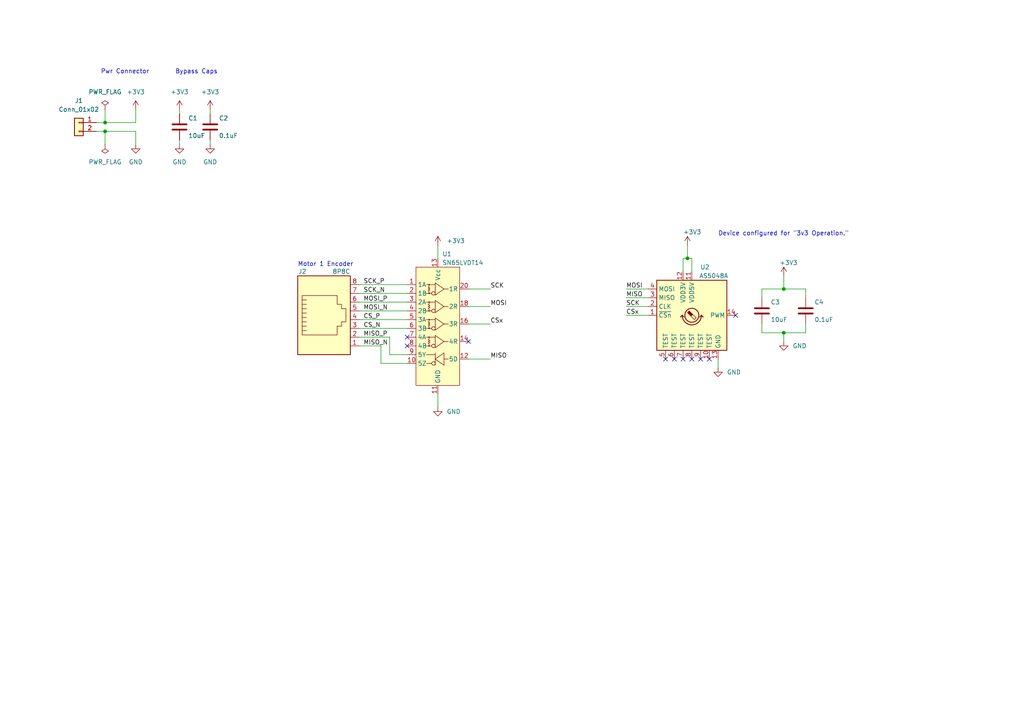
<source format=kicad_sch>
(kicad_sch (version 20211123) (generator eeschema)
  (paper "A4")
  (lib_symbols
    (symbol "Connector:8P8C" (pin_names (offset 1.016))
      (property "Reference" "J" (at -5.08 13.97 0))
      (property "Value" "8P8C" (at 2.54 13.97 0))
      (symbol "8P8C_0_1"
        (polyline (pts (xy -5.08 4.445) (xy -6.35 4.445)))
        (polyline (pts (xy -5.08 5.715) (xy -6.35 5.715)))
        (polyline (pts (xy -6.35 -3.175) (xy -5.08 -3.175) (xy -5.08 -3.175)))
        (polyline (pts (xy -6.35 -1.905) (xy -5.08 -1.905) (xy -5.08 -1.905)))
        (polyline (pts (xy -6.35 -0.635) (xy -5.08 -0.635) (xy -5.08 -0.635)))
        (polyline (pts (xy -6.35 0.635) (xy -5.08 0.635) (xy -5.08 0.635)))
        (polyline (pts (xy -6.35 1.905) (xy -5.08 1.905) (xy -5.08 1.905)))
        (polyline (pts (xy -5.08 3.175) (xy -6.35 3.175) (xy -6.35 3.175)))
        (polyline (pts (xy -6.35 -4.445) (xy -6.35 6.985) (xy 3.81 6.985) (xy 3.81 4.445) (xy 5.08 4.445) (xy 5.08 3.175) (xy 6.35 3.175) (xy 6.35 -0.635) (xy 5.08 -0.635) (xy 5.08 -1.905) (xy 3.81 -1.905) (xy 3.81 -4.445) (xy -6.35 -4.445) (xy -6.35 -4.445)))
        (rectangle (start 7.62 12.7) (end -7.62 -10.16) (stroke (width 0.254)) (fill (type background)))
      )
      (symbol "8P8C_1_1"
        (pin passive line (at 10.16 -7.62 180) (length 2.54) (name "~") (number "1"))
        (pin passive line (at 10.16 -5.08 180) (length 2.54) (name "~") (number "2"))
        (pin passive line (at 10.16 -2.54 180) (length 2.54) (name "~") (number "3"))
        (pin passive line (at 10.16 0 180) (length 2.54) (name "~") (number "4"))
        (pin passive line (at 10.16 2.54 180) (length 2.54) (name "~") (number "5"))
        (pin passive line (at 10.16 5.08 180) (length 2.54) (name "~") (number "6"))
        (pin passive line (at 10.16 7.62 180) (length 2.54) (name "~") (number "7"))
        (pin passive line (at 10.16 10.16 180) (length 2.54) (name "~") (number "8"))
      )
    )
    (symbol "Connector_Generic:Conn_01x02" (pin_names (offset 1.016) hide)
      (property "Reference" "J" (at 0 2.54 0))
      (property "Value" "Conn_01x02" (at 0 -5.08 0))
      (symbol "Conn_01x02_1_1"
        (rectangle (start -1.27 -2.413) (end 0 -2.667) (stroke (width 0.1524)))
        (rectangle (start -1.27 0.127) (end 0 -0.127) (stroke (width 0.1524)))
        (rectangle (start -1.27 1.27) (end 1.27 -3.81) (stroke (width 0.254)) (fill (type background)))
        (pin passive line (at -5.08 0 0) (length 3.81) (name "Pin_1") (number "1"))
        (pin passive line (at -5.08 -2.54 0) (length 3.81) (name "Pin_2") (number "2"))
      )
    )
    (symbol "Device:C" (pin_numbers hide) (pin_names (offset 0.254))
      (property "Reference" "C" (at 0.635 2.54 0))
      (property "Value" "C" (at 0.635 -2.54 0))
      (symbol "C_0_1"
        (polyline (pts (xy -2.032 -0.762) (xy 2.032 -0.762)) (stroke (width 0.508)))
        (polyline (pts (xy -2.032 0.762) (xy 2.032 0.762)) (stroke (width 0.508)))
      )
      (symbol "C_1_1"
        (pin passive line (at 0 3.81 270) (length 2.794) (name "~") (number "1"))
        (pin passive line (at 0 -3.81 90) (length 2.794) (name "~") (number "2"))
      )
    )
    (symbol "Sensor_Magnetic:AS5048A"
      (property "Reference" "U" (at -10.16 11.43 0))
      (property "Value" "AS5048A" (at 10.16 11.43 0))
      (symbol "AS5048A_0_1"
        (rectangle (start -10.16 10.16) (end 10.16 -10.16) (stroke (width 0.254)) (fill (type background)))
        (arc (start -2.794 0) (mid 0 -2.794) (end 2.794 0) (stroke (width 0.254)))
        (polyline (pts (xy -2.794 0) (xy -3.302 -0.508)) (stroke (width 0.254)))
        (polyline (pts (xy -2.794 0) (xy -2.286 -0.508)) (stroke (width 0.254)))
        (polyline (pts (xy 2.794 0) (xy 2.286 -0.508)) (stroke (width 0.254)))
        (polyline (pts (xy 2.794 0) (xy 3.302 -0.508)) (stroke (width 0.254)))
      )
      (symbol "AS5048A_1_1"
        (polyline (pts (xy 0.254 0.254) (xy 1.27 -0.762) (xy 0.762 -1.27) (xy -0.254 -0.254)))
        (polyline (pts (xy -0.762 1.27) (xy 0.254 0.254) (xy -0.254 -0.254) (xy -1.27 0.762) (xy -1.016 1.016) (xy -0.762 1.27) (xy -0.635 1.143)) (fill (type outline)))
        (circle (center 0 0) (radius 2.032) (stroke (width 0.254)))
        (pin input line (at -12.7 0 0) (length 2.54) (name "~{CSn}") (number "1"))
        (pin passive line (at 5.08 -12.7 90) (length 2.54) (name "TEST") (number "10"))
        (pin power_in line (at 0 12.7 270) (length 2.54) (name "VDD5V") (number "11"))
        (pin power_in line (at -2.54 12.7 270) (length 2.54) (name "VDD3V") (number "12"))
        (pin power_in line (at 7.62 -12.7 90) (length 2.54) (name "GND") (number "13"))
        (pin output line (at 12.7 0 180) (length 2.54) (name "PWM") (number "14"))
        (pin input line (at -12.7 2.54 0) (length 2.54) (name "CLK") (number "2"))
        (pin output line (at -12.7 5.08 0) (length 2.54) (name "MISO") (number "3"))
        (pin input line (at -12.7 7.62 0) (length 2.54) (name "MOSI") (number "4"))
        (pin passive line (at -7.62 -12.7 90) (length 2.54) (name "TEST") (number "5"))
        (pin passive line (at -5.08 -12.7 90) (length 2.54) (name "TEST") (number "6"))
        (pin passive line (at -2.54 -12.7 90) (length 2.54) (name "TEST") (number "7"))
        (pin passive line (at 0 -12.7 90) (length 2.54) (name "TEST") (number "8"))
        (pin passive line (at 2.54 -12.7 90) (length 2.54) (name "TEST") (number "9"))
      )
    )
    (symbol "machine_agency_components_lib:SN65LVDT14"
      (property "Reference" "U" (at 2.54 20.32 0))
      (property "Value" "SN65LVDT14" (at 7.62 17.78 0))
      (symbol "SN65LVDT14_0_1"
        (rectangle (start -6.35 16.51) (end 6.35 -17.78) (fill (type background)))
        (circle (center -2.54 -6.35) (radius 0.127))
        (circle (center -2.54 -3.81) (radius 0.127))
        (circle (center -2.54 -1.27) (radius 0.127))
        (circle (center -2.54 1.27) (radius 0.127))
        (circle (center -2.54 3.81) (radius 0.127))
        (circle (center -2.54 6.35) (radius 0.127))
        (circle (center -2.54 8.89) (radius 0.127))
        (circle (center -2.54 11.43) (radius 0.127))
        (circle (center -1.27 -11.43) (radius 0.508))
        (circle (center -1.27 -6.35) (radius 0.508))
        (circle (center -1.27 -1.27) (radius 0.508))
        (circle (center -1.27 3.81) (radius 0.508))
        (circle (center -1.27 8.89) (radius 0.508))
        (polyline (pts (xy -1.778 -11.43) (xy -3.302 -11.43)))
        (polyline (pts (xy -1.778 -6.35) (xy -3.302 -6.35)))
        (polyline (pts (xy -1.778 -1.27) (xy -3.302 -1.27)))
        (polyline (pts (xy -1.778 3.81) (xy -3.302 3.81)))
        (polyline (pts (xy -1.778 8.89) (xy -3.302 8.89)))
        (polyline (pts (xy -0.762 -8.89) (xy -3.302 -8.89)))
        (polyline (pts (xy -0.762 -8.382) (xy -0.762 -11.938)))
        (polyline (pts (xy -0.762 -3.81) (xy -3.302 -3.81)))
        (polyline (pts (xy -0.762 1.27) (xy -3.302 1.27)))
        (polyline (pts (xy -0.762 6.35) (xy -3.302 6.35)))
        (polyline (pts (xy -0.762 11.43) (xy -3.302 11.43)))
        (polyline (pts (xy 1.778 -10.16) (xy 3.048 -10.16)))
        (polyline (pts (xy 1.778 -5.08) (xy 3.048 -5.08)))
        (polyline (pts (xy 1.778 0) (xy 3.048 0)))
        (polyline (pts (xy 1.778 5.08) (xy 3.048 5.08)))
        (polyline (pts (xy 1.778 10.16) (xy 3.048 10.16)))
        (polyline (pts (xy -0.762 -3.302) (xy -0.762 -6.858) (xy 1.778 -5.08) (xy -0.762 -3.302)) (fill (type background)))
        (polyline (pts (xy -0.762 1.778) (xy -0.762 -1.778) (xy 1.778 0) (xy -0.762 1.778)) (fill (type background)))
        (polyline (pts (xy -0.762 6.858) (xy -0.762 3.302) (xy 1.778 5.08) (xy -0.762 6.858)) (fill (type background)))
        (polyline (pts (xy -0.762 11.938) (xy -0.762 8.382) (xy 1.778 10.16) (xy -0.762 11.938)) (fill (type background)))
        (polyline (pts (xy 1.778 -11.938) (xy 1.778 -8.382) (xy -0.762 -10.16) (xy 1.778 -11.938)) (fill (type background)))
        (polyline (pts (xy -2.54 -3.81) (xy -2.54 -4.318) (xy -2.794 -4.572) (xy -2.286 -4.826) (xy -2.794 -5.08) (xy -2.286 -5.334) (xy -2.794 -5.588) (xy -2.54 -5.842) (xy -2.54 -6.35)))
        (polyline (pts (xy -2.54 1.27) (xy -2.54 0.762) (xy -2.794 0.508) (xy -2.286 0.254) (xy -2.794 0) (xy -2.286 -0.254) (xy -2.794 -0.508) (xy -2.54 -0.762) (xy -2.54 -1.27)))
        (polyline (pts (xy -2.54 6.35) (xy -2.54 5.842) (xy -2.794 5.588) (xy -2.286 5.334) (xy -2.794 5.08) (xy -2.286 4.826) (xy -2.794 4.572) (xy -2.54 4.318) (xy -2.54 3.81)))
        (polyline (pts (xy -2.54 11.43) (xy -2.54 10.922) (xy -2.794 10.668) (xy -2.286 10.414) (xy -2.794 10.16) (xy -2.286 9.906) (xy -2.794 9.652) (xy -2.54 9.398) (xy -2.54 8.89)))
      )
      (symbol "SN65LVDT14_1_1"
        (pin input line (at -8.89 11.43 0) (length 2.54) (name "1A") (number "1"))
        (pin output line (at -8.89 -11.43 0) (length 2.54) (name "5Z") (number "10"))
        (pin power_in line (at 0 -20.32 90) (length 2.54) (name "GND") (number "11"))
        (pin input line (at 8.89 -10.16 180) (length 2.54) (name "5D") (number "12"))
        (pin power_in line (at 0 19.05 270) (length 2.54) (name "Vcc") (number "13"))
        (pin output line (at 8.89 -5.08 180) (length 2.54) (name "4R") (number "14"))
        (pin power_in line (at 0 -20.32 90) (length 2.54) hide (name "GND") (number "15"))
        (pin output line (at 8.89 0 180) (length 2.54) (name "3R") (number "16"))
        (pin power_in line (at 0 19.05 270) (length 2.54) hide (name "Vcc") (number "17"))
        (pin output line (at 8.89 5.08 180) (length 2.54) (name "2R") (number "18"))
        (pin power_in line (at 0 -20.32 90) (length 2.54) hide (name "GND") (number "19"))
        (pin input line (at -8.89 8.89 0) (length 2.54) (name "1B") (number "2"))
        (pin output line (at 8.89 10.16 180) (length 2.54) (name "1R") (number "20"))
        (pin input line (at -8.89 6.35 0) (length 2.54) (name "2A") (number "3"))
        (pin input line (at -8.89 3.81 0) (length 2.54) (name "2B") (number "4"))
        (pin input line (at -8.89 1.27 0) (length 2.54) (name "3A") (number "5"))
        (pin input line (at -8.89 -1.27 0) (length 2.54) (name "3B") (number "6"))
        (pin input line (at -8.89 -3.81 0) (length 2.54) (name "4A") (number "7"))
        (pin input line (at -8.89 -6.35 0) (length 2.54) (name "4B") (number "8"))
        (pin output line (at -8.89 -8.89 0) (length 2.54) (name "5Y") (number "9"))
      )
    )
    (symbol "power:+3.3V" (power) (pin_names (offset 0))
      (property "Value" "+3.3V" (at 0 3.556 0))
      (symbol "+3.3V_0_1"
        (polyline (pts (xy -0.762 1.27) (xy 0 2.54)))
        (polyline (pts (xy 0 0) (xy 0 2.54)))
        (polyline (pts (xy 0 2.54) (xy 0.762 1.27)))
      )
      (symbol "+3.3V_1_1"
        (pin power_in line (at 0 0 90) (length 0) hide (name "+3V3") (number "1"))
      )
    )
    (symbol "power:GND" (power) (pin_names (offset 0))
      (property "Value" "GND" (at 0 -3.81 0))
      (symbol "GND_0_1"
        (polyline (pts (xy 0 0) (xy 0 -1.27) (xy 1.27 -1.27) (xy 0 -2.54) (xy -1.27 -1.27) (xy 0 -1.27)))
      )
      (symbol "GND_1_1"
        (pin power_in line (at 0 0 270) (length 0) hide (name "GND") (number "1"))
      )
    )
    (symbol "power:PWR_FLAG" (power) (pin_numbers hide) (pin_names (offset 0) hide)
      (property "Value" "PWR_FLAG" (at 0 3.81 0))
      (symbol "PWR_FLAG_0_0"
        (pin power_out line (at 0 0 90) (length 0) (name "pwr") (number "1"))
      )
      (symbol "PWR_FLAG_0_1"
        (polyline (pts (xy 0 0) (xy 0 1.27) (xy -1.016 1.905) (xy 0 2.54) (xy 1.016 1.905) (xy 0 1.27)))
      )
    )
  )
  (junction (at 227.33 83.82))
  (junction (at 30.48 38.1))
  (junction (at 227.33 96.52))
  (junction (at 30.48 35.56))
  (junction (at 199.39 74.93))
  (no_connect (at 135.89 99.06))
  (no_connect (at 205.74 104.14))
  (no_connect (at 203.2 104.14))
  (no_connect (at 200.66 104.14))
  (no_connect (at 198.12 104.14))
  (no_connect (at 195.58 104.14))
  (no_connect (at 193.04 104.14))
  (no_connect (at 213.36 91.44))
  (no_connect (at 118.11 97.79))
  (no_connect (at 118.11 100.33))
  (wire (pts (xy 181.61 88.9) (xy 187.96 88.9)))
  (wire (pts (xy 104.14 85.09) (xy 118.11 85.09)))
  (wire (pts (xy 110.49 100.33) (xy 104.14 100.33)))
  (wire (pts (xy 39.37 38.1) (xy 39.37 41.91)))
  (wire (pts (xy 110.49 100.33) (xy 110.49 105.41)))
  (wire (pts (xy 110.49 105.41) (xy 118.11 105.41)))
  (wire (pts (xy 104.14 87.63) (xy 118.11 87.63)))
  (wire (pts (xy 39.37 35.56) (xy 39.37 31.75)))
  (wire (pts (xy 52.07 31.75) (xy 52.07 33.02)))
  (wire (pts (xy 181.61 83.82) (xy 187.96 83.82)))
  (wire (pts (xy 135.89 104.14) (xy 142.24 104.14)))
  (wire (pts (xy 200.66 78.74) (xy 200.66 74.93)))
  (wire (pts (xy 227.33 96.52) (xy 233.68 96.52)))
  (wire (pts (xy 198.12 74.93) (xy 198.12 78.74)))
  (wire (pts (xy 220.98 83.82) (xy 220.98 86.36)))
  (wire (pts (xy 200.66 74.93) (xy 199.39 74.93)))
  (wire (pts (xy 233.68 83.82) (xy 233.68 86.36)))
  (wire (pts (xy 233.68 93.98) (xy 233.68 96.52)))
  (wire (pts (xy 30.48 38.1) (xy 30.48 41.91)))
  (wire (pts (xy 127 114.3) (xy 127 118.11)))
  (wire (pts (xy 60.96 31.75) (xy 60.96 33.02)))
  (wire (pts (xy 60.96 40.64) (xy 60.96 41.91)))
  (wire (pts (xy 30.48 38.1) (xy 39.37 38.1)))
  (wire (pts (xy 227.33 96.52) (xy 220.98 96.52)))
  (wire (pts (xy 227.33 80.01) (xy 227.33 83.82)))
  (wire (pts (xy 220.98 96.52) (xy 220.98 93.98)))
  (wire (pts (xy 227.33 83.82) (xy 233.68 83.82)))
  (wire (pts (xy 220.98 83.82) (xy 227.33 83.82)))
  (wire (pts (xy 30.48 31.75) (xy 30.48 35.56)))
  (wire (pts (xy 113.03 97.79) (xy 113.03 102.87)))
  (wire (pts (xy 181.61 91.44) (xy 187.96 91.44)))
  (wire (pts (xy 104.14 92.71) (xy 118.11 92.71)))
  (wire (pts (xy 135.89 88.9) (xy 142.24 88.9)))
  (wire (pts (xy 30.48 35.56) (xy 39.37 35.56)))
  (wire (pts (xy 227.33 96.52) (xy 227.33 99.06)))
  (wire (pts (xy 104.14 95.25) (xy 118.11 95.25)))
  (wire (pts (xy 104.14 97.79) (xy 113.03 97.79)))
  (wire (pts (xy 104.14 90.17) (xy 118.11 90.17)))
  (wire (pts (xy 27.94 38.1) (xy 30.48 38.1)))
  (wire (pts (xy 135.89 93.98) (xy 142.24 93.98)))
  (wire (pts (xy 104.14 82.55) (xy 118.11 82.55)))
  (wire (pts (xy 118.11 102.87) (xy 113.03 102.87)))
  (wire (pts (xy 52.07 40.64) (xy 52.07 41.91)))
  (wire (pts (xy 208.28 104.14) (xy 208.28 106.68)))
  (wire (pts (xy 27.94 35.56) (xy 30.48 35.56)))
  (wire (pts (xy 127 71.12) (xy 127 74.93)))
  (wire (pts (xy 199.39 74.93) (xy 198.12 74.93)))
  (wire (pts (xy 135.89 83.82) (xy 142.24 83.82)))
  (wire (pts (xy 181.61 86.36) (xy 187.96 86.36)))
  (wire (pts (xy 199.39 71.12) (xy 199.39 74.93)))
  (text "Pwr Connector" (at 29.21 21.59 0) (effects (font (size 1.27 1.27)) (justify left bottom)))
  (text "Motor 1 Encoder" (at 86.36 77.47 0) (effects (font (size 1.27 1.27)) (justify left bottom)))
  (text "Bypass Caps" (at 50.8 21.59 0) (effects (font (size 1.27 1.27)) (justify left bottom)))
  (text "Device configured for \"3v3 Operation.\"" (at 208.28 68.58 0) (effects (font (size 1.27 1.27)) (justify left bottom)))
  (label "SCK" (at 142.24 83.82 0))
  (label "MISO_P" (at 105.41 97.79 0))
  (label "SCK" (at 181.61 88.9 0))
  (label "CSx" (at 142.24 93.98 0))
  (label "MISO_N" (at 105.41 100.33 0))
  (label "MISO" (at 181.61 86.36 0))
  (label "CSx" (at 181.61 91.44 0))
  (label "MOSI" (at 142.24 88.9 0))
  (label "SCK_N" (at 105.41 85.09 0))
  (label "MISO" (at 142.24 104.14 0))
  (label "CS_P" (at 105.41 92.71 0))
  (label "CS_N" (at 105.41 95.25 0))
  (label "MOSI_N" (at 105.41 90.17 0))
  (label "MOSI" (at 181.61 83.82 0))
  (label "SCK_P" (at 105.41 82.55 0))
  (label "MOSI_P" (at 105.41 87.63 0))
  (symbol (lib_id "Device:C") (at 52.07 36.83 0) (unit 1)
    (property "Reference" "C1" (at 54.61 34.29 0) (effects (justify left)))
    (property "Value" "10uF" (at 54.61 39.37 0) (effects (justify left)))
    (property "Footprint" "Capacitor_SMD:C_0603_1608Metric_Pad1.05x0.95mm_HandSolder" (effects hide))
    (property "Manufacturer Number" "GRM188R61E106KA73D‎" (effects hide))
  )
  (symbol (lib_id "Device:C") (at 60.96 36.83 0) (unit 1)
    (property "Reference" "C2" (at 63.5 34.29 0) (effects (justify left)))
    (property "Value" "0.1uF" (at 63.5 39.37 0) (effects (justify left)))
    (property "Footprint" "Capacitor_SMD:C_0603_1608Metric_Pad1.05x0.95mm_HandSolder" (effects hide))
    (property "Manufacturer Number" "GCJ188R71H104KA12D" (effects hide))
  )
  (symbol (lib_id "power:+3.3V") (at 227.33 80.01 0) (unit 1)
    (property "Reference" "#PWR011" (effects hide))
    (property "Value" "+3.3V" (at 226.06 76.2 0) (effects (justify left)))
  )
  (symbol (lib_id "power:GND") (at 39.37 41.91 0) (unit 1)
    (property "Reference" "#PWR02" (effects hide))
    (property "Value" "GND" (at 39.37 46.99 0))
  )
  (symbol (lib_id "power:GND") (at 127 118.11 0) (unit 1)
    (property "Reference" "#PWR08" (effects hide))
    (property "Value" "GND" (at 129.54 119.3799 0) (effects (justify left)))
  )
  (symbol (lib_id "power:GND") (at 208.28 106.68 0) (unit 1)
    (property "Reference" "#PWR010" (effects hide))
    (property "Value" "GND" (at 210.82 107.9499 0) (effects (justify left)))
  )
  (symbol (lib_id "power:+3.3V") (at 60.96 31.75 0) (unit 1)
    (property "Reference" "#PWR05" (effects hide))
    (property "Value" "+3.3V" (at 60.96 26.67 0))
  )
  (symbol (lib_id "power:+3.3V") (at 39.37 31.75 0) (unit 1)
    (property "Reference" "#PWR01" (effects hide))
    (property "Value" "+3.3V" (at 39.37 26.67 0))
  )
  (symbol (lib_id "Sensor_Magnetic:AS5048A") (at 200.66 91.44 0) (unit 1)
    (property "Reference" "U2" (at 204.47 77.47 0))
    (property "Value" "AS5048A" (at 207.01 80.01 0))
    (property "Footprint" "Package_SO:TSSOP-14_4.4x5mm_P0.65mm" (effects hide))
    (property "Datasheet" "https://ams.com/documents/20143/36005/AS5048_DS000298_4-00.pdf" (effects hide))
    (property "Manufacturer Number" "AS5048A-HTSP-500" (effects hide))
  )
  (symbol (lib_id "power:+3.3V") (at 52.07 31.75 0) (unit 1)
    (property "Reference" "#PWR03" (effects hide))
    (property "Value" "+3.3V" (at 52.07 26.67 0))
  )
  (symbol (lib_id "power:PWR_FLAG") (at 30.48 31.75 0) (unit 1)
    (property "Reference" "#FLG0101" (effects hide))
    (property "Value" "PWR_FLAG" (at 30.48 26.67 0))
  )
  (symbol (lib_id "Device:C") (at 233.68 90.17 0) (unit 1)
    (property "Reference" "C4" (at 236.22 87.63 0) (effects (justify left)))
    (property "Value" "0.1uF" (at 236.22 92.71 0) (effects (justify left)))
    (property "Footprint" "Capacitor_SMD:C_0603_1608Metric_Pad1.05x0.95mm_HandSolder" (effects hide))
    (property "Manufacturer Number" "GCJ188R71H104KA12D" (effects hide))
  )
  (symbol (lib_id "power:GND") (at 60.96 41.91 0) (unit 1)
    (property "Reference" "#PWR06" (effects hide))
    (property "Value" "GND" (at 60.96 46.99 0))
  )
  (symbol (lib_id "machine_agency_components_lib:SN65LVDT14") (at 127 93.98 0) (unit 1)
    (property "Reference" "U1" (at 128.27 73.66 0) (effects (justify left)))
    (property "Value" "SN65LVDT14" (at 128.27 76.2 0) (effects (justify left)))
    (property "Footprint" "Package_SO:TSSOP-20_4.4x6.5mm_P0.65mm" (effects hide))
    (property "Datasheet" "https://www.ti.com/lit/ds/symlink/sn65lvdt41-ep.pdf" (effects hide))
    (property "Manufacturer Number" "SN65LVDT14QPWREP" (effects hide))
  )
  (symbol (lib_id "power:PWR_FLAG") (at 30.48 41.91 180) (unit 1)
    (property "Reference" "#FLG0102" (effects hide))
    (property "Value" "PWR_FLAG" (at 30.48 46.99 0))
  )
  (symbol (lib_id "power:GND") (at 227.33 99.06 0) (unit 1)
    (property "Reference" "#PWR012" (effects hide))
    (property "Value" "GND" (at 229.87 100.3299 0) (effects (justify left)))
  )
  (symbol (lib_id "power:+3.3V") (at 127 71.12 0) (unit 1)
    (property "Reference" "#PWR07" (effects hide))
    (property "Value" "+3.3V" (at 129.54 69.8499 0) (effects (justify left)))
  )
  (symbol (lib_id "power:GND") (at 52.07 41.91 0) (unit 1)
    (property "Reference" "#PWR04" (effects hide))
    (property "Value" "GND" (at 52.07 46.99 0))
  )
  (symbol (lib_id "power:+3.3V") (at 199.39 71.12 0) (unit 1)
    (property "Reference" "#PWR09" (effects hide))
    (property "Value" "+3.3V" (at 198.12 67.31 0) (effects (justify left)))
  )
  (symbol (lib_id "Device:C") (at 220.98 90.17 0) (unit 1)
    (property "Reference" "C3" (at 223.52 87.63 0) (effects (justify left)))
    (property "Value" "10uF" (at 223.52 92.71 0) (effects (justify left)))
    (property "Footprint" "Capacitor_SMD:C_0603_1608Metric_Pad1.05x0.95mm_HandSolder" (effects hide))
    (property "Manufacturer Number" "GRM188R61E106KA73D‎" (effects hide))
  )
  (symbol (lib_id "Connector:8P8C") (at 93.98 92.71 0) (unit 1)
    (property "Reference" "J2" (at 88.9 78.74 0) (effects (justify right)))
    (property "Value" "8P8C" (at 101.6 78.74 0) (effects (justify right)))
    (property "Footprint" "kicad_component_library:RJ45_Amphenol_SMD_RJSSE-5080-01T" (effects hide))
    (property "Datasheet" "https://www.farnell.com/cad/3205582.pdf" (effects hide))
  )
  (symbol (lib_id "Connector_Generic:Conn_01x02") (at 22.86 35.56 0) (mirror y) (unit 1)
    (property "Reference" "J1" (at 22.86 29.21 0))
    (property "Value" "Conn_01x02" (at 22.86 31.75 0))
    (property "Footprint" "kicad_component_library:Molex_Micro-Fit_3.0_43650-0212_1x02_P3.00mm" (effects hide))
  )
)
</source>
